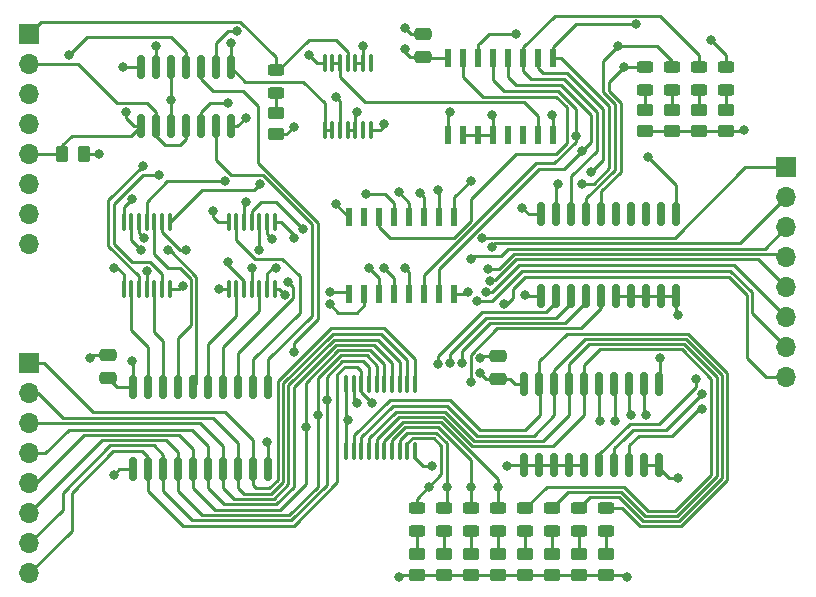
<source format=gbr>
%TF.GenerationSoftware,KiCad,Pcbnew,(6.0.0-0)*%
%TF.CreationDate,2022-02-14T21:23:03-05:00*%
%TF.ProjectId,new-interrupt-handler,6e65772d-696e-4746-9572-727570742d68,rev?*%
%TF.SameCoordinates,Original*%
%TF.FileFunction,Copper,L1,Top*%
%TF.FilePolarity,Positive*%
%FSLAX46Y46*%
G04 Gerber Fmt 4.6, Leading zero omitted, Abs format (unit mm)*
G04 Created by KiCad (PCBNEW (6.0.0-0)) date 2022-02-14 21:23:03*
%MOMM*%
%LPD*%
G01*
G04 APERTURE LIST*
G04 Aperture macros list*
%AMRoundRect*
0 Rectangle with rounded corners*
0 $1 Rounding radius*
0 $2 $3 $4 $5 $6 $7 $8 $9 X,Y pos of 4 corners*
0 Add a 4 corners polygon primitive as box body*
4,1,4,$2,$3,$4,$5,$6,$7,$8,$9,$2,$3,0*
0 Add four circle primitives for the rounded corners*
1,1,$1+$1,$2,$3*
1,1,$1+$1,$4,$5*
1,1,$1+$1,$6,$7*
1,1,$1+$1,$8,$9*
0 Add four rect primitives between the rounded corners*
20,1,$1+$1,$2,$3,$4,$5,0*
20,1,$1+$1,$4,$5,$6,$7,0*
20,1,$1+$1,$6,$7,$8,$9,0*
20,1,$1+$1,$8,$9,$2,$3,0*%
G04 Aperture macros list end*
%TA.AperFunction,SMDPad,CuDef*%
%ADD10RoundRect,0.150000X0.150000X-0.825000X0.150000X0.825000X-0.150000X0.825000X-0.150000X-0.825000X0*%
%TD*%
%TA.AperFunction,SMDPad,CuDef*%
%ADD11RoundRect,0.250000X-0.450000X0.262500X-0.450000X-0.262500X0.450000X-0.262500X0.450000X0.262500X0*%
%TD*%
%TA.AperFunction,SMDPad,CuDef*%
%ADD12RoundRect,0.137500X0.137500X-0.662500X0.137500X0.662500X-0.137500X0.662500X-0.137500X-0.662500X0*%
%TD*%
%TA.AperFunction,SMDPad,CuDef*%
%ADD13RoundRect,0.150000X0.150000X-0.837500X0.150000X0.837500X-0.150000X0.837500X-0.150000X-0.837500X0*%
%TD*%
%TA.AperFunction,SMDPad,CuDef*%
%ADD14RoundRect,0.243750X0.456250X-0.243750X0.456250X0.243750X-0.456250X0.243750X-0.456250X-0.243750X0*%
%TD*%
%TA.AperFunction,SMDPad,CuDef*%
%ADD15RoundRect,0.100000X0.100000X-0.637500X0.100000X0.637500X-0.100000X0.637500X-0.100000X-0.637500X0*%
%TD*%
%TA.AperFunction,SMDPad,CuDef*%
%ADD16RoundRect,0.250000X-0.262500X-0.450000X0.262500X-0.450000X0.262500X0.450000X-0.262500X0.450000X0*%
%TD*%
%TA.AperFunction,SMDPad,CuDef*%
%ADD17RoundRect,0.250000X0.475000X-0.250000X0.475000X0.250000X-0.475000X0.250000X-0.475000X-0.250000X0*%
%TD*%
%TA.AperFunction,ComponentPad*%
%ADD18R,1.700000X1.700000*%
%TD*%
%TA.AperFunction,ComponentPad*%
%ADD19O,1.700000X1.700000*%
%TD*%
%TA.AperFunction,ViaPad*%
%ADD20C,0.800000*%
%TD*%
%TA.AperFunction,Conductor*%
%ADD21C,0.250000*%
%TD*%
G04 APERTURE END LIST*
D10*
%TO.P,U5,1*%
%TO.N,~{EN}*%
X98044000Y-87819000D03*
%TO.P,U5,2*%
%TO.N,~{WRITE}*%
X99314000Y-87819000D03*
%TO.P,U5,3*%
%TO.N,~{EN}*%
X100584000Y-87819000D03*
%TO.P,U5,4*%
%TO.N,~{WRITE}*%
X101854000Y-87819000D03*
%TO.P,U5,5*%
%TO.N,Net-(U1-Pad3)*%
X103124000Y-87819000D03*
%TO.P,U5,6*%
%TO.N,~{WRITE_MASK}*%
X104394000Y-87819000D03*
%TO.P,U5,7,VSS*%
%TO.N,GND*%
X105664000Y-87819000D03*
%TO.P,U5,8*%
%TO.N,REG_SEL*%
X105664000Y-82869000D03*
%TO.P,U5,9*%
%TO.N,~{WRITE_PRIORITY}*%
X104394000Y-82869000D03*
%TO.P,U5,10*%
%TO.N,~{READ_PORT_ADDR}*%
X103124000Y-82869000D03*
%TO.P,U5,11*%
%TO.N,~{READ}*%
X101854000Y-82869000D03*
%TO.P,U5,12*%
%TO.N,~{EN}*%
X100584000Y-82869000D03*
%TO.P,U5,13*%
%TO.N,GND*%
X99314000Y-82869000D03*
%TO.P,U5,14,VDD*%
%TO.N,VCC*%
X98044000Y-82869000D03*
%TD*%
D11*
%TO.P,R1,1*%
%TO.N,Net-(D1-Pad1)*%
X109474000Y-86717500D03*
%TO.P,R1,2*%
%TO.N,GND*%
X109474000Y-88542500D03*
%TD*%
D12*
%TO.P,U6,1,I4*%
%TO.N,/~{EN_IRQ4}*%
X115697000Y-102056000D03*
%TO.P,U6,2,I5*%
%TO.N,/~{EN_IRQ5}*%
X116967000Y-102056000D03*
%TO.P,U6,3,I6*%
%TO.N,/~{EN_IRQ6}*%
X118237000Y-102056000D03*
%TO.P,U6,4,I7*%
%TO.N,/~{EN_IRQ7}*%
X119507000Y-102056000D03*
%TO.P,U6,5,EI*%
%TO.N,GND*%
X120777000Y-102056000D03*
%TO.P,U6,6,S2*%
%TO.N,/AI2*%
X122047000Y-102056000D03*
%TO.P,U6,7,S1*%
%TO.N,/AI1*%
X123317000Y-102056000D03*
%TO.P,U6,8,GND*%
%TO.N,GND*%
X124587000Y-102056000D03*
%TO.P,U6,9,S0*%
%TO.N,/AI0*%
X124587000Y-95556000D03*
%TO.P,U6,10,IO*%
%TO.N,/~{EN_IRQ0}*%
X123317000Y-95556000D03*
%TO.P,U6,11,I1*%
%TO.N,/~{EN_IRQ1}*%
X122047000Y-95556000D03*
%TO.P,U6,12,I2*%
%TO.N,/~{EN_IRQ2}*%
X120777000Y-95556000D03*
%TO.P,U6,13,I3*%
%TO.N,/~{EN_IRQ3}*%
X119507000Y-95556000D03*
%TO.P,U6,14,GS*%
%TO.N,Net-(U6-Pad14)*%
X118237000Y-95556000D03*
%TO.P,U6,15,EO*%
%TO.N,unconnected-(U6-Pad15)*%
X116967000Y-95556000D03*
%TO.P,U6,16,VCC*%
%TO.N,VCC*%
X115697000Y-95556000D03*
%TD*%
D13*
%TO.P,U9,1,OE*%
%TO.N,GND*%
X130545000Y-116568500D03*
%TO.P,U9,2,D0*%
X131815000Y-116568500D03*
%TO.P,U9,3,D1*%
X133085000Y-116568500D03*
%TO.P,U9,4,D2*%
X134355000Y-116568500D03*
%TO.P,U9,5,D3*%
X135625000Y-116568500D03*
%TO.P,U9,6,D4*%
%TO.N,/AI0*%
X136895000Y-116568500D03*
%TO.P,U9,7,D5*%
%TO.N,/AI1*%
X138165000Y-116568500D03*
%TO.P,U9,8,D6*%
%TO.N,/AI2*%
X139435000Y-116568500D03*
%TO.P,U9,9,D7*%
%TO.N,GND*%
X140705000Y-116568500D03*
%TO.P,U9,10,GND*%
X141975000Y-116568500D03*
%TO.P,U9,11,Cp*%
%TO.N,CLOCK*%
X141975000Y-109643500D03*
%TO.P,U9,12,Q7*%
%TO.N,/IP7*%
X140705000Y-109643500D03*
%TO.P,U9,13,Q6*%
%TO.N,/IP6*%
X139435000Y-109643500D03*
%TO.P,U9,14,Q5*%
%TO.N,/IP5*%
X138165000Y-109643500D03*
%TO.P,U9,15,Q4*%
%TO.N,/IP4*%
X136895000Y-109643500D03*
%TO.P,U9,16,Q3*%
%TO.N,/IP3*%
X135625000Y-109643500D03*
%TO.P,U9,17,Q2*%
%TO.N,/IP2*%
X134355000Y-109643500D03*
%TO.P,U9,18,Q1*%
%TO.N,/IP1*%
X133085000Y-109643500D03*
%TO.P,U9,19,Q0*%
%TO.N,/IP0*%
X131815000Y-109643500D03*
%TO.P,U9,20,VCC*%
%TO.N,VCC*%
X130545000Y-109643500D03*
%TD*%
%TO.P,U3,1,OE*%
%TO.N,GND*%
X97417000Y-116872500D03*
%TO.P,U3,2,D0*%
%TO.N,BUS0*%
X98687000Y-116872500D03*
%TO.P,U3,3,D1*%
%TO.N,BUS1*%
X99957000Y-116872500D03*
%TO.P,U3,4,D2*%
%TO.N,BUS2*%
X101227000Y-116872500D03*
%TO.P,U3,5,D3*%
%TO.N,BUS3*%
X102497000Y-116872500D03*
%TO.P,U3,6,D4*%
%TO.N,BUS4*%
X103767000Y-116872500D03*
%TO.P,U3,7,D5*%
%TO.N,BUS5*%
X105037000Y-116872500D03*
%TO.P,U3,8,D6*%
%TO.N,BUS6*%
X106307000Y-116872500D03*
%TO.P,U3,9,D7*%
%TO.N,BUS7*%
X107577000Y-116872500D03*
%TO.P,U3,10,GND*%
%TO.N,GND*%
X108847000Y-116872500D03*
%TO.P,U3,11,Cp*%
%TO.N,~{WRITE_MASK}*%
X108847000Y-109947500D03*
%TO.P,U3,12,Q7*%
%TO.N,/IRQMASK7*%
X107577000Y-109947500D03*
%TO.P,U3,13,Q6*%
%TO.N,/IRQMASK6*%
X106307000Y-109947500D03*
%TO.P,U3,14,Q5*%
%TO.N,/IRQMASK5*%
X105037000Y-109947500D03*
%TO.P,U3,15,Q4*%
%TO.N,/IRQMASK4*%
X103767000Y-109947500D03*
%TO.P,U3,16,Q3*%
%TO.N,/IRQMASK3*%
X102497000Y-109947500D03*
%TO.P,U3,17,Q2*%
%TO.N,/IRQMASK2*%
X101227000Y-109947500D03*
%TO.P,U3,18,Q1*%
%TO.N,/IRQMASK1*%
X99957000Y-109947500D03*
%TO.P,U3,19,Q0*%
%TO.N,/IRQMASK0*%
X98687000Y-109947500D03*
%TO.P,U3,20,VCC*%
%TO.N,VCC*%
X97417000Y-109947500D03*
%TD*%
D14*
%TO.P,D7,1,K*%
%TO.N,Net-(D7-Pad1)*%
X123698000Y-122095500D03*
%TO.P,D7,2,A*%
%TO.N,/IP6*%
X123698000Y-120220500D03*
%TD*%
%TO.P,D1,1,K*%
%TO.N,Net-(D1-Pad1)*%
X109474000Y-85011500D03*
%TO.P,D1,2,A*%
%TO.N,~{IREQ}*%
X109474000Y-83136500D03*
%TD*%
D11*
%TO.P,R3,1*%
%TO.N,Net-(D3-Pad1)*%
X145288000Y-86463500D03*
%TO.P,R3,2*%
%TO.N,GND*%
X145288000Y-88288500D03*
%TD*%
D15*
%TO.P,U4,1*%
%TO.N,~{IRQ4}*%
X105492000Y-101668500D03*
%TO.P,U4,2*%
%TO.N,/IRQMASK4*%
X106142000Y-101668500D03*
%TO.P,U4,3*%
%TO.N,/~{EN_IRQ4}*%
X106792000Y-101668500D03*
%TO.P,U4,4*%
%TO.N,~{IRQ5}*%
X107442000Y-101668500D03*
%TO.P,U4,5*%
%TO.N,/IRQMASK5*%
X108092000Y-101668500D03*
%TO.P,U4,6*%
%TO.N,/~{EN_IRQ5}*%
X108742000Y-101668500D03*
%TO.P,U4,7,GND*%
%TO.N,GND*%
X109392000Y-101668500D03*
%TO.P,U4,8*%
%TO.N,/~{EN_IRQ6}*%
X109392000Y-95943500D03*
%TO.P,U4,9*%
%TO.N,~{IRQ6}*%
X108742000Y-95943500D03*
%TO.P,U4,10*%
%TO.N,/IRQMASK6*%
X108092000Y-95943500D03*
%TO.P,U4,11*%
%TO.N,/~{EN_IRQ7}*%
X107442000Y-95943500D03*
%TO.P,U4,12*%
%TO.N,~{IRQ7}*%
X106792000Y-95943500D03*
%TO.P,U4,13*%
%TO.N,/IRQMASK7*%
X106142000Y-95943500D03*
%TO.P,U4,14,VCC*%
%TO.N,VCC*%
X105492000Y-95943500D03*
%TD*%
D14*
%TO.P,D11,1,K*%
%TO.N,Net-(D11-Pad1)*%
X132842000Y-122095500D03*
%TO.P,D11,2,A*%
%TO.N,/IP2*%
X132842000Y-120220500D03*
%TD*%
%TO.P,D13,1,K*%
%TO.N,Net-(D13-Pad1)*%
X137414000Y-122095500D03*
%TO.P,D13,2,A*%
%TO.N,/IP0*%
X137414000Y-120220500D03*
%TD*%
D16*
%TO.P,R14,1*%
%TO.N,~{EN}*%
X91393000Y-90170000D03*
%TO.P,R14,2*%
%TO.N,VCC*%
X93218000Y-90170000D03*
%TD*%
D11*
%TO.P,R12,1*%
%TO.N,Net-(D12-Pad1)*%
X135128000Y-124055500D03*
%TO.P,R12,2*%
%TO.N,GND*%
X135128000Y-125880500D03*
%TD*%
D17*
%TO.P,C2,1*%
%TO.N,VCC*%
X128270000Y-109220000D03*
%TO.P,C2,2*%
%TO.N,GND*%
X128270000Y-107320000D03*
%TD*%
D11*
%TO.P,R2,1*%
%TO.N,Net-(D2-Pad1)*%
X147574000Y-86463500D03*
%TO.P,R2,2*%
%TO.N,GND*%
X147574000Y-88288500D03*
%TD*%
D14*
%TO.P,D6,1,K*%
%TO.N,Net-(D6-Pad1)*%
X121412000Y-122095500D03*
%TO.P,D6,2,A*%
%TO.N,/IP7*%
X121412000Y-120220500D03*
%TD*%
%TO.P,D10,1,K*%
%TO.N,Net-(D10-Pad1)*%
X130556000Y-122095500D03*
%TO.P,D10,2,A*%
%TO.N,/IP3*%
X130556000Y-120220500D03*
%TD*%
%TO.P,D3,1,K*%
%TO.N,Net-(D3-Pad1)*%
X145288000Y-84757500D03*
%TO.P,D3,2,A*%
%TO.N,/P1*%
X145288000Y-82882500D03*
%TD*%
D15*
%TO.P,U10,1,A->B*%
%TO.N,VCC*%
X115439000Y-115384500D03*
%TO.P,U10,2,A0*%
%TO.N,/IP0*%
X116089000Y-115384500D03*
%TO.P,U10,3,A1*%
%TO.N,/IP1*%
X116739000Y-115384500D03*
%TO.P,U10,4,A2*%
%TO.N,/IP2*%
X117389000Y-115384500D03*
%TO.P,U10,5,A3*%
%TO.N,/IP3*%
X118039000Y-115384500D03*
%TO.P,U10,6,A4*%
%TO.N,/IP4*%
X118689000Y-115384500D03*
%TO.P,U10,7,A5*%
%TO.N,/IP5*%
X119339000Y-115384500D03*
%TO.P,U10,8,A6*%
%TO.N,/IP6*%
X119989000Y-115384500D03*
%TO.P,U10,9,A7*%
%TO.N,/IP7*%
X120639000Y-115384500D03*
%TO.P,U10,10,GND*%
%TO.N,GND*%
X121289000Y-115384500D03*
%TO.P,U10,11,B7*%
%TO.N,BUS7*%
X121289000Y-109659500D03*
%TO.P,U10,12,B6*%
%TO.N,BUS6*%
X120639000Y-109659500D03*
%TO.P,U10,13,B5*%
%TO.N,BUS5*%
X119989000Y-109659500D03*
%TO.P,U10,14,B4*%
%TO.N,BUS4*%
X119339000Y-109659500D03*
%TO.P,U10,15,B3*%
%TO.N,BUS3*%
X118689000Y-109659500D03*
%TO.P,U10,16,B2*%
%TO.N,BUS2*%
X118039000Y-109659500D03*
%TO.P,U10,17,B1*%
%TO.N,BUS1*%
X117389000Y-109659500D03*
%TO.P,U10,18,B0*%
%TO.N,BUS0*%
X116739000Y-109659500D03*
%TO.P,U10,19,CE*%
%TO.N,~{READ_PORT_ADDR}*%
X116089000Y-109659500D03*
%TO.P,U10,20,VCC*%
%TO.N,VCC*%
X115439000Y-109659500D03*
%TD*%
D11*
%TO.P,R10,1*%
%TO.N,Net-(D10-Pad1)*%
X130556000Y-124055500D03*
%TO.P,R10,2*%
%TO.N,GND*%
X130556000Y-125880500D03*
%TD*%
%TO.P,R7,1*%
%TO.N,Net-(D7-Pad1)*%
X123698000Y-124055500D03*
%TO.P,R7,2*%
%TO.N,GND*%
X123698000Y-125880500D03*
%TD*%
%TO.P,R9,1*%
%TO.N,Net-(D9-Pad1)*%
X128270000Y-124055500D03*
%TO.P,R9,2*%
%TO.N,GND*%
X128270000Y-125880500D03*
%TD*%
%TO.P,R6,1*%
%TO.N,Net-(D6-Pad1)*%
X121412000Y-124055500D03*
%TO.P,R6,2*%
%TO.N,GND*%
X121412000Y-125880500D03*
%TD*%
D14*
%TO.P,D5,1,K*%
%TO.N,Net-(D5-Pad1)*%
X140716000Y-84757500D03*
%TO.P,D5,2,A*%
%TO.N,/P3*%
X140716000Y-82882500D03*
%TD*%
D17*
%TO.P,C3,1*%
%TO.N,VCC*%
X121920000Y-81976000D03*
%TO.P,C3,2*%
%TO.N,GND*%
X121920000Y-80076000D03*
%TD*%
D13*
%TO.P,U7,1,OE*%
%TO.N,GND*%
X131965000Y-102258500D03*
%TO.P,U7,2,D0*%
%TO.N,BUS0*%
X133235000Y-102258500D03*
%TO.P,U7,3,D1*%
%TO.N,BUS1*%
X134505000Y-102258500D03*
%TO.P,U7,4,D2*%
%TO.N,BUS2*%
X135775000Y-102258500D03*
%TO.P,U7,5,D3*%
%TO.N,BUS3*%
X137045000Y-102258500D03*
%TO.P,U7,6,D4*%
%TO.N,GND*%
X138315000Y-102258500D03*
%TO.P,U7,7,D5*%
X139585000Y-102258500D03*
%TO.P,U7,8,D6*%
X140855000Y-102258500D03*
%TO.P,U7,9,D7*%
X142125000Y-102258500D03*
%TO.P,U7,10,GND*%
X143395000Y-102258500D03*
%TO.P,U7,11,Cp*%
%TO.N,~{WRITE_PRIORITY}*%
X143395000Y-95333500D03*
%TO.P,U7,12,Q7*%
%TO.N,unconnected-(U7-Pad12)*%
X142125000Y-95333500D03*
%TO.P,U7,13,Q6*%
%TO.N,unconnected-(U7-Pad13)*%
X140855000Y-95333500D03*
%TO.P,U7,14,Q5*%
%TO.N,unconnected-(U7-Pad14)*%
X139585000Y-95333500D03*
%TO.P,U7,15,Q4*%
%TO.N,unconnected-(U7-Pad15)*%
X138315000Y-95333500D03*
%TO.P,U7,16,Q3*%
%TO.N,/P3*%
X137045000Y-95333500D03*
%TO.P,U7,17,Q2*%
%TO.N,/P2*%
X135775000Y-95333500D03*
%TO.P,U7,18,Q1*%
%TO.N,/P1*%
X134505000Y-95333500D03*
%TO.P,U7,19,Q0*%
%TO.N,/P0*%
X133235000Y-95333500D03*
%TO.P,U7,20,VCC*%
%TO.N,VCC*%
X131965000Y-95333500D03*
%TD*%
D17*
%TO.P,C1,1*%
%TO.N,VCC*%
X95250000Y-109154000D03*
%TO.P,C1,2*%
%TO.N,GND*%
X95250000Y-107254000D03*
%TD*%
D14*
%TO.P,D12,1,K*%
%TO.N,Net-(D12-Pad1)*%
X135128000Y-122095500D03*
%TO.P,D12,2,A*%
%TO.N,/IP1*%
X135128000Y-120220500D03*
%TD*%
%TO.P,D4,1,K*%
%TO.N,Net-(D4-Pad1)*%
X143002000Y-84757500D03*
%TO.P,D4,2,A*%
%TO.N,/P2*%
X143002000Y-82882500D03*
%TD*%
D15*
%TO.P,U2,1*%
%TO.N,~{IRQ0}*%
X96602000Y-101668500D03*
%TO.P,U2,2*%
%TO.N,/IRQMASK0*%
X97252000Y-101668500D03*
%TO.P,U2,3*%
%TO.N,/~{EN_IRQ0}*%
X97902000Y-101668500D03*
%TO.P,U2,4*%
%TO.N,~{IRQ1}*%
X98552000Y-101668500D03*
%TO.P,U2,5*%
%TO.N,/IRQMASK1*%
X99202000Y-101668500D03*
%TO.P,U2,6*%
%TO.N,/~{EN_IRQ1}*%
X99852000Y-101668500D03*
%TO.P,U2,7,GND*%
%TO.N,GND*%
X100502000Y-101668500D03*
%TO.P,U2,8*%
%TO.N,/~{EN_IRQ2}*%
X100502000Y-95943500D03*
%TO.P,U2,9*%
%TO.N,~{IRQ2}*%
X99852000Y-95943500D03*
%TO.P,U2,10*%
%TO.N,/IRQMASK2*%
X99202000Y-95943500D03*
%TO.P,U2,11*%
%TO.N,/~{EN_IRQ3}*%
X98552000Y-95943500D03*
%TO.P,U2,12*%
%TO.N,~{IRQ3}*%
X97902000Y-95943500D03*
%TO.P,U2,13*%
%TO.N,/IRQMASK3*%
X97252000Y-95943500D03*
%TO.P,U2,14,VCC*%
%TO.N,VCC*%
X96602000Y-95943500D03*
%TD*%
D11*
%TO.P,R5,1*%
%TO.N,Net-(D5-Pad1)*%
X140716000Y-86463500D03*
%TO.P,R5,2*%
%TO.N,GND*%
X140716000Y-88288500D03*
%TD*%
D14*
%TO.P,D8,1,K*%
%TO.N,Net-(D8-Pad1)*%
X125984000Y-122095500D03*
%TO.P,D8,2,A*%
%TO.N,/IP5*%
X125984000Y-120220500D03*
%TD*%
D11*
%TO.P,R11,1*%
%TO.N,Net-(D11-Pad1)*%
X132842000Y-124055500D03*
%TO.P,R11,2*%
%TO.N,GND*%
X132842000Y-125880500D03*
%TD*%
%TO.P,R4,1*%
%TO.N,Net-(D4-Pad1)*%
X143002000Y-86463500D03*
%TO.P,R4,2*%
%TO.N,GND*%
X143002000Y-88288500D03*
%TD*%
D15*
%TO.P,U1,1*%
%TO.N,REG_SEL*%
X113620000Y-88206500D03*
%TO.P,U1,2*%
X114270000Y-88206500D03*
%TO.P,U1,3*%
%TO.N,Net-(U1-Pad3)*%
X114920000Y-88206500D03*
%TO.P,U1,4*%
%TO.N,GND*%
X115570000Y-88206500D03*
%TO.P,U1,5*%
X116220000Y-88206500D03*
%TO.P,U1,6*%
%TO.N,unconnected-(U1-Pad6)*%
X116870000Y-88206500D03*
%TO.P,U1,7,GND*%
%TO.N,GND*%
X117520000Y-88206500D03*
%TO.P,U1,8*%
%TO.N,unconnected-(U1-Pad8)*%
X117520000Y-82481500D03*
%TO.P,U1,9*%
%TO.N,GND*%
X116870000Y-82481500D03*
%TO.P,U1,10*%
X116220000Y-82481500D03*
%TO.P,U1,11*%
%TO.N,~{IREQ}*%
X115570000Y-82481500D03*
%TO.P,U1,12*%
%TO.N,Net-(U1-Pad12)*%
X114920000Y-82481500D03*
%TO.P,U1,13*%
X114270000Y-82481500D03*
%TO.P,U1,14,VCC*%
%TO.N,VCC*%
X113620000Y-82481500D03*
%TD*%
D11*
%TO.P,R13,1*%
%TO.N,Net-(D13-Pad1)*%
X137414000Y-124055500D03*
%TO.P,R13,2*%
%TO.N,GND*%
X137414000Y-125880500D03*
%TD*%
D14*
%TO.P,D2,1,K*%
%TO.N,Net-(D2-Pad1)*%
X147574000Y-84757500D03*
%TO.P,D2,2,A*%
%TO.N,/P0*%
X147574000Y-82882500D03*
%TD*%
%TO.P,D9,1,K*%
%TO.N,Net-(D9-Pad1)*%
X128270000Y-122095500D03*
%TO.P,D9,2,A*%
%TO.N,/IP4*%
X128270000Y-120220500D03*
%TD*%
D12*
%TO.P,U8,1,B3*%
%TO.N,/P3*%
X124079000Y-88594000D03*
%TO.P,U8,2,Ia<b*%
%TO.N,GND*%
X125349000Y-88594000D03*
%TO.P,U8,3,Ia=b*%
X126619000Y-88594000D03*
%TO.P,U8,4,Ia>b*%
X127889000Y-88594000D03*
%TO.P,U8,5,Oa>b*%
%TO.N,unconnected-(U8-Pad5)*%
X129159000Y-88594000D03*
%TO.P,U8,6,Oa=b*%
%TO.N,unconnected-(U8-Pad6)*%
X130429000Y-88594000D03*
%TO.P,U8,7,Oa<b*%
%TO.N,Net-(U1-Pad12)*%
X131699000Y-88594000D03*
%TO.P,U8,8,GND*%
%TO.N,GND*%
X132969000Y-88594000D03*
%TO.P,U8,9,B0*%
%TO.N,/P0*%
X132969000Y-82094000D03*
%TO.P,U8,10,A0*%
%TO.N,/AI0*%
X131699000Y-82094000D03*
%TO.P,U8,11,B1*%
%TO.N,/P1*%
X130429000Y-82094000D03*
%TO.P,U8,12,A1*%
%TO.N,/AI1*%
X129159000Y-82094000D03*
%TO.P,U8,13,A2*%
%TO.N,/AI2*%
X127889000Y-82094000D03*
%TO.P,U8,14,B2*%
%TO.N,/P2*%
X126619000Y-82094000D03*
%TO.P,U8,15,A3*%
%TO.N,Net-(U6-Pad14)*%
X125349000Y-82094000D03*
%TO.P,U8,16,VCC*%
%TO.N,VCC*%
X124079000Y-82094000D03*
%TD*%
D11*
%TO.P,R8,1*%
%TO.N,Net-(D8-Pad1)*%
X125984000Y-124055500D03*
%TO.P,R8,2*%
%TO.N,GND*%
X125984000Y-125880500D03*
%TD*%
D18*
%TO.P,J3,1,Pin_1*%
%TO.N,~{IRQ7}*%
X152714000Y-91325000D03*
D19*
%TO.P,J3,2,Pin_2*%
%TO.N,~{IRQ6}*%
X152714000Y-93865000D03*
%TO.P,J3,3,Pin_3*%
%TO.N,~{IRQ5}*%
X152714000Y-96405000D03*
%TO.P,J3,4,Pin_4*%
%TO.N,~{IRQ4}*%
X152714000Y-98945000D03*
%TO.P,J3,5,Pin_5*%
%TO.N,~{IRQ3}*%
X152714000Y-101485000D03*
%TO.P,J3,6,Pin_6*%
%TO.N,~{IRQ2}*%
X152714000Y-104025000D03*
%TO.P,J3,7,Pin_7*%
%TO.N,~{IRQ1}*%
X152714000Y-106565000D03*
%TO.P,J3,8,Pin_8*%
%TO.N,~{IRQ0}*%
X152714000Y-109105000D03*
%TD*%
D18*
%TO.P,J1,1,Pin_1*%
%TO.N,~{IREQ}*%
X88636000Y-80010000D03*
D19*
%TO.P,J1,2,Pin_2*%
%TO.N,~{WRITE}*%
X88636000Y-82550000D03*
%TO.P,J1,3,Pin_3*%
%TO.N,~{READ}*%
X88636000Y-85090000D03*
%TO.P,J1,4,Pin_4*%
%TO.N,REG_SEL*%
X88636000Y-87630000D03*
%TO.P,J1,5,Pin_5*%
%TO.N,~{EN}*%
X88636000Y-90170000D03*
%TO.P,J1,6,Pin_6*%
%TO.N,CLOCK*%
X88636000Y-92710000D03*
%TO.P,J1,7,Pin_7*%
%TO.N,GND*%
X88636000Y-95250000D03*
%TO.P,J1,8,Pin_8*%
%TO.N,VCC*%
X88636000Y-97790000D03*
%TD*%
D18*
%TO.P,J2,1,Pin_1*%
%TO.N,BUS7*%
X88636000Y-107885000D03*
D19*
%TO.P,J2,2,Pin_2*%
%TO.N,BUS6*%
X88636000Y-110425000D03*
%TO.P,J2,3,Pin_3*%
%TO.N,BUS5*%
X88636000Y-112965000D03*
%TO.P,J2,4,Pin_4*%
%TO.N,BUS4*%
X88636000Y-115505000D03*
%TO.P,J2,5,Pin_5*%
%TO.N,BUS3*%
X88636000Y-118045000D03*
%TO.P,J2,6,Pin_6*%
%TO.N,BUS2*%
X88636000Y-120585000D03*
%TO.P,J2,7,Pin_7*%
%TO.N,BUS1*%
X88636000Y-123125000D03*
%TO.P,J2,8,Pin_8*%
%TO.N,BUS0*%
X88636000Y-125665000D03*
%TD*%
D20*
%TO.N,~{READ}*%
X91948000Y-81788000D03*
%TO.N,CLOCK*%
X141986000Y-107483033D03*
%TO.N,GND*%
X143528020Y-103802955D03*
X125730000Y-101854000D03*
X116840000Y-81026000D03*
X99314000Y-81026000D03*
X108712000Y-114554000D03*
X119888000Y-125984000D03*
X93726000Y-107442000D03*
X110998000Y-87884000D03*
X143510000Y-117602000D03*
X127762000Y-86868000D03*
X126750299Y-107446299D03*
X122682000Y-116586000D03*
X130556000Y-102108000D03*
X95758000Y-117348000D03*
X118618000Y-87630000D03*
X110236000Y-102108000D03*
X129032000Y-116586000D03*
X120396000Y-99822000D03*
X120396000Y-79502000D03*
X101597851Y-101348149D03*
X139192000Y-125984000D03*
X149098000Y-88138000D03*
X106934000Y-87122000D03*
X116332000Y-86614000D03*
X132842000Y-86868000D03*
%TO.N,VCC*%
X97282000Y-93980000D03*
X104140000Y-94996000D03*
X120396000Y-81280000D03*
X126746000Y-108712000D03*
X115570000Y-112738500D03*
X97282000Y-107696000D03*
X130302000Y-94742000D03*
X114558299Y-94483701D03*
X94488000Y-90170000D03*
X96520000Y-82804000D03*
X112268000Y-81788000D03*
%TO.N,/~{EN_IRQ0}*%
X123190000Y-93218000D03*
X98217577Y-91227068D03*
%TO.N,/~{EN_IRQ1}*%
X121666000Y-93472000D03*
X99568000Y-91948000D03*
%TO.N,/~{EN_IRQ2}*%
X119888000Y-93434500D03*
X108114358Y-92756660D03*
%TO.N,/~{EN_IRQ3}*%
X105156000Y-92493500D03*
X117094000Y-93630011D03*
%TO.N,/IRQMASK3*%
X98044000Y-98298000D03*
X100367524Y-98344123D03*
%TO.N,BUS2*%
X113030000Y-112268000D03*
X125259500Y-107869667D03*
%TO.N,BUS1*%
X124260145Y-107886800D03*
X113792000Y-110998000D03*
%TO.N,BUS0*%
X123265720Y-107987413D03*
X117602000Y-111252000D03*
%TO.N,BUS3*%
X125984000Y-109474000D03*
X112014000Y-113284000D03*
%TO.N,~{IRQ7}*%
X106934002Y-94234000D03*
X126930364Y-97319500D03*
%TO.N,~{IRQ6}*%
X109157245Y-97404046D03*
X127762000Y-98044000D03*
%TO.N,~{IRQ5}*%
X125984000Y-99060000D03*
X107442001Y-99822001D03*
%TO.N,~{IRQ4}*%
X104648000Y-101600000D03*
X127490766Y-99934758D03*
%TO.N,~{IRQ3}*%
X98298000Y-97282000D03*
X127623694Y-100925382D03*
%TO.N,~{IRQ2}*%
X101854000Y-98298000D03*
X127254000Y-101854000D03*
%TO.N,~{IRQ1}*%
X126492000Y-102616000D03*
X98552000Y-100076000D03*
%TO.N,~{IRQ0}*%
X95758000Y-99822000D03*
X128778000Y-102870000D03*
%TO.N,/IRQMASK6*%
X110500588Y-101017000D03*
X108077000Y-98372999D03*
%TO.N,/~{EN_IRQ4}*%
X114046000Y-101854000D03*
X105410000Y-99314000D03*
%TO.N,/~{EN_IRQ5}*%
X109474000Y-99822000D03*
X114046000Y-102887457D03*
%TO.N,/~{EN_IRQ6}*%
X110998000Y-97282000D03*
X117348000Y-99822000D03*
%TO.N,/~{EN_IRQ7}*%
X111760000Y-96520000D03*
X118618000Y-99822000D03*
%TO.N,/AI2*%
X134874000Y-88646000D03*
X145542000Y-111760000D03*
%TO.N,/AI1*%
X145542000Y-110490000D03*
X135382000Y-89916000D03*
%TO.N,/P3*%
X138938000Y-82804000D03*
X124206000Y-86614000D03*
%TO.N,/P2*%
X129794000Y-80010000D03*
X138430000Y-81026000D03*
%TO.N,/P0*%
X133350000Y-92710000D03*
X146304000Y-80518000D03*
X135382000Y-92710000D03*
X139958299Y-79243701D03*
%TO.N,/IP7*%
X140839072Y-112305500D03*
X122428000Y-118364000D03*
%TO.N,/IP6*%
X139552625Y-112305500D03*
X123946637Y-118369363D03*
%TO.N,/IP5*%
X138176000Y-112776000D03*
X125984000Y-118364000D03*
%TO.N,/IP4*%
X136906000Y-112776000D03*
X128270000Y-118364000D03*
%TO.N,/AI0*%
X136144000Y-91694000D03*
X125984000Y-92456000D03*
X145034000Y-109220000D03*
%TO.N,REG_SEL*%
X105664000Y-80772000D03*
%TO.N,~{EN}*%
X100584000Y-85598000D03*
X96774000Y-86614000D03*
%TO.N,~{READ_PORT_ADDR}*%
X116332000Y-111252000D03*
X110998000Y-106934000D03*
%TO.N,Net-(U1-Pad3)*%
X114554000Y-85344000D03*
X105410000Y-85852000D03*
%TO.N,~{WRITE_PRIORITY}*%
X140970000Y-90424000D03*
X106172000Y-79756000D03*
%TD*%
D21*
%TO.N,~{IREQ}*%
X109474000Y-82033400D02*
X109474000Y-83136500D01*
X115570000Y-81534000D02*
X114554000Y-80518000D01*
X89614501Y-79031499D02*
X106472099Y-79031499D01*
X114554000Y-80518000D02*
X112268000Y-80518000D01*
X88636000Y-80010000D02*
X89614501Y-79031499D01*
X112268000Y-80518000D02*
X109649500Y-83136500D01*
X115570000Y-82481500D02*
X115570000Y-81534000D01*
X109649500Y-83136500D02*
X109474000Y-83136500D01*
X106472099Y-79031499D02*
X109474000Y-82033400D01*
%TO.N,~{READ}*%
X101854000Y-82869000D02*
X101854000Y-81534000D01*
X100584000Y-80264000D02*
X100076000Y-80264000D01*
X100076000Y-80264000D02*
X93472000Y-80264000D01*
X93472000Y-80264000D02*
X92202000Y-81534000D01*
X101600000Y-81280000D02*
X100584000Y-80264000D01*
X101854000Y-81534000D02*
X101600000Y-81280000D01*
X92202000Y-81534000D02*
X91948000Y-81788000D01*
%TO.N,~{WRITE}*%
X92710000Y-82550000D02*
X96012000Y-85852000D01*
X101854000Y-88900000D02*
X101854000Y-87819000D01*
X96012000Y-85852000D02*
X98552000Y-85852000D01*
X88636000Y-82550000D02*
X92710000Y-82550000D01*
X101346000Y-89408000D02*
X101854000Y-88900000D01*
X100076000Y-89408000D02*
X101346000Y-89408000D01*
X99314000Y-87819000D02*
X99314000Y-88646000D01*
X98552000Y-85852000D02*
X99314000Y-86614000D01*
X99314000Y-86614000D02*
X99314000Y-87819000D01*
X99314000Y-88646000D02*
X100076000Y-89408000D01*
%TO.N,CLOCK*%
X141986000Y-109632500D02*
X141986000Y-107483033D01*
X141975000Y-109643500D02*
X141986000Y-109632500D01*
%TO.N,GND*%
X131965000Y-102258500D02*
X130706500Y-102258500D01*
X127889000Y-88594000D02*
X125349000Y-88594000D01*
X141975000Y-116568500D02*
X141975000Y-116829000D01*
X109392000Y-101668500D02*
X109796500Y-101668500D01*
X110339500Y-88542500D02*
X110998000Y-87884000D01*
X137414000Y-125880500D02*
X139088500Y-125880500D01*
X116220000Y-88206500D02*
X115570000Y-88206500D01*
X116220000Y-88206500D02*
X116220000Y-86726000D01*
X127889000Y-86995000D02*
X127762000Y-86868000D01*
X129049500Y-116568500D02*
X129032000Y-116586000D01*
X126876598Y-107320000D02*
X126750299Y-107446299D01*
X148947500Y-88288500D02*
X149098000Y-88138000D01*
X109474000Y-88542500D02*
X110339500Y-88542500D01*
X96233500Y-116872500D02*
X95758000Y-117348000D01*
X121412000Y-125880500D02*
X137414000Y-125880500D01*
X138315000Y-102258500D02*
X143395000Y-102258500D01*
X124587000Y-102056000D02*
X125528000Y-102056000D01*
X97417000Y-116872500D02*
X96233500Y-116872500D01*
X132969000Y-86995000D02*
X132842000Y-86868000D01*
X95250000Y-107254000D02*
X93914000Y-107254000D01*
X100502000Y-101668500D02*
X101277500Y-101668500D01*
X140716000Y-88288500D02*
X147574000Y-88288500D01*
X139088500Y-125880500D02*
X139192000Y-125984000D01*
X125528000Y-102056000D02*
X125730000Y-101854000D01*
X143395000Y-102258500D02*
X143395000Y-103669935D01*
X120970000Y-80076000D02*
X120396000Y-79502000D01*
X127889000Y-88594000D02*
X127889000Y-86995000D01*
X130545000Y-116568500D02*
X129049500Y-116568500D01*
X120777000Y-100203000D02*
X120396000Y-99822000D01*
X130706500Y-102258500D02*
X130556000Y-102108000D01*
X116220000Y-86726000D02*
X116332000Y-86614000D01*
X121920000Y-116586000D02*
X122682000Y-116586000D01*
X101277500Y-101668500D02*
X101597851Y-101348149D01*
X147574000Y-88288500D02*
X148947500Y-88288500D01*
X141975000Y-116829000D02*
X142748000Y-117602000D01*
X121412000Y-125880500D02*
X119991500Y-125880500D01*
X117520000Y-88206500D02*
X118295500Y-88206500D01*
X121289000Y-115955000D02*
X121920000Y-116586000D01*
X105664000Y-87819000D02*
X106237000Y-87819000D01*
X106237000Y-87819000D02*
X106934000Y-87122000D01*
X143395000Y-103669935D02*
X143528020Y-103802955D01*
X93914000Y-107254000D02*
X93726000Y-107442000D01*
X140705000Y-116568500D02*
X141975000Y-116568500D01*
X99314000Y-82869000D02*
X99314000Y-81026000D01*
X116870000Y-82481500D02*
X116870000Y-81056000D01*
X132969000Y-88594000D02*
X132969000Y-86995000D01*
X116870000Y-81056000D02*
X116840000Y-81026000D01*
X142748000Y-117602000D02*
X143510000Y-117602000D01*
X121920000Y-80076000D02*
X120970000Y-80076000D01*
X109796500Y-101668500D02*
X110236000Y-102108000D01*
X116220000Y-82481500D02*
X116870000Y-82481500D01*
X120777000Y-102056000D02*
X120777000Y-100203000D01*
X118618000Y-87884000D02*
X118618000Y-87630000D01*
X108847000Y-116872500D02*
X108847000Y-114689000D01*
X119991500Y-125880500D02*
X119888000Y-125984000D01*
X118295500Y-88206500D02*
X118618000Y-87884000D01*
X108847000Y-114689000D02*
X108712000Y-114554000D01*
X128270000Y-107320000D02*
X126876598Y-107320000D01*
X121289000Y-115384500D02*
X121289000Y-115955000D01*
X135625000Y-116568500D02*
X130545000Y-116568500D01*
%TO.N,VCC*%
X131965000Y-95333500D02*
X130893500Y-95333500D01*
X121920000Y-81976000D02*
X120838000Y-81976000D01*
X115570000Y-112738500D02*
X115439000Y-112869500D01*
X93218000Y-90170000D02*
X94488000Y-90170000D01*
X128270000Y-109220000D02*
X129286000Y-109220000D01*
X127254000Y-109220000D02*
X126746000Y-108712000D01*
X128270000Y-109220000D02*
X127254000Y-109220000D01*
X113620000Y-82481500D02*
X112961500Y-82481500D01*
X97417000Y-107831000D02*
X97282000Y-107696000D01*
X115439000Y-112607500D02*
X115570000Y-112738500D01*
X97417000Y-109947500D02*
X97417000Y-107831000D01*
X124079000Y-82094000D02*
X122038000Y-82094000D01*
X115630598Y-95556000D02*
X114558299Y-94483701D01*
X115439000Y-112869500D02*
X115439000Y-115384500D01*
X115439000Y-109659500D02*
X115439000Y-112607500D01*
X97417000Y-109947500D02*
X96043500Y-109947500D01*
X98044000Y-82869000D02*
X96585000Y-82869000D01*
X130893500Y-95333500D02*
X130302000Y-94742000D01*
X104579500Y-95943500D02*
X104140000Y-95504000D01*
X129286000Y-109220000D02*
X129709500Y-109643500D01*
X96602000Y-95943500D02*
X96602000Y-94660000D01*
X105492000Y-95943500D02*
X104579500Y-95943500D01*
X96602000Y-94660000D02*
X97028000Y-94234000D01*
X97028000Y-94234000D02*
X97282000Y-93980000D01*
X129709500Y-109643500D02*
X130545000Y-109643500D01*
X112961500Y-82481500D02*
X112268000Y-81788000D01*
X96585000Y-82869000D02*
X96520000Y-82804000D01*
X115697000Y-95556000D02*
X115630598Y-95556000D01*
X120396000Y-81534000D02*
X120396000Y-81280000D01*
X120838000Y-81976000D02*
X120396000Y-81534000D01*
X96043500Y-109947500D02*
X95250000Y-109154000D01*
X122038000Y-82094000D02*
X121920000Y-81976000D01*
X104140000Y-95504000D02*
X104140000Y-94996000D01*
%TO.N,/IRQMASK0*%
X98687000Y-109947500D02*
X98687000Y-106561000D01*
X98687000Y-106561000D02*
X97252000Y-105126000D01*
X97252000Y-105126000D02*
X97252000Y-101668500D01*
%TO.N,/~{EN_IRQ0}*%
X123317000Y-93345000D02*
X123190000Y-93218000D01*
X97902000Y-100569704D02*
X95308489Y-97976193D01*
X123317000Y-95556000D02*
X123317000Y-93345000D01*
X95308489Y-94136156D02*
X98217577Y-91227068D01*
X95308489Y-97976193D02*
X95308489Y-94136156D01*
X97902000Y-101668500D02*
X97902000Y-100569704D01*
%TO.N,/IRQMASK1*%
X99957000Y-109947500D02*
X99957000Y-106053000D01*
X99202000Y-105298000D02*
X99202000Y-101668500D01*
X99957000Y-106053000D02*
X99202000Y-105298000D01*
%TO.N,/~{EN_IRQ1}*%
X122047000Y-93853000D02*
X121666000Y-93472000D01*
X99852000Y-100351400D02*
X98814600Y-99314000D01*
X99852000Y-101668500D02*
X99852000Y-100351400D01*
X122047000Y-95556000D02*
X122047000Y-93853000D01*
X95758000Y-94479400D02*
X98289400Y-91948000D01*
X97282000Y-99314000D02*
X95758000Y-97790000D01*
X98289400Y-91948000D02*
X99568000Y-91948000D01*
X98814600Y-99314000D02*
X97282000Y-99314000D01*
X95758000Y-97790000D02*
X95758000Y-94479400D01*
%TO.N,/~{EN_IRQ2}*%
X120777000Y-94323500D02*
X119888000Y-93434500D01*
X107653018Y-93218000D02*
X108114358Y-92756660D01*
X100502000Y-95943500D02*
X103227500Y-93218000D01*
X103227500Y-93218000D02*
X107653018Y-93218000D01*
X120777000Y-95556000D02*
X120777000Y-94323500D01*
%TO.N,/IRQMASK2*%
X102324501Y-104685499D02*
X102324501Y-100800501D01*
X100330000Y-99822000D02*
X99202000Y-98694000D01*
X102324501Y-100800501D02*
X101346000Y-99822000D01*
X101227000Y-105783000D02*
X102324501Y-104685499D01*
X101346000Y-99822000D02*
X100330000Y-99822000D01*
X99202000Y-98694000D02*
X99202000Y-95943500D01*
X101227000Y-109947500D02*
X101227000Y-105783000D01*
%TO.N,/~{EN_IRQ3}*%
X119507000Y-94361000D02*
X118776011Y-93630011D01*
X119507000Y-95556000D02*
X119507000Y-94361000D01*
X98552000Y-95943500D02*
X98552000Y-94234000D01*
X100292500Y-92493500D02*
X105156000Y-92493500D01*
X98552000Y-94234000D02*
X100292500Y-92493500D01*
X118776011Y-93630011D02*
X117094000Y-93630011D01*
%TO.N,/IRQMASK3*%
X102774011Y-109670489D02*
X102774011Y-100614307D01*
X102497000Y-109947500D02*
X102774011Y-109670489D01*
X100503827Y-98344123D02*
X100367524Y-98344123D01*
X97252000Y-95943500D02*
X97252000Y-97506000D01*
X102774011Y-100614307D02*
X100503827Y-98344123D01*
X97252000Y-97506000D02*
X98044000Y-98298000D01*
%TO.N,/IRQMASK7*%
X106142000Y-95943500D02*
X106142000Y-97497400D01*
X107577000Y-107561000D02*
X107577000Y-109947500D01*
X110028099Y-99097499D02*
X111506000Y-100575400D01*
X107742099Y-99097499D02*
X110028099Y-99097499D01*
X111506000Y-103632000D02*
X107577000Y-107561000D01*
X111506000Y-100575400D02*
X111506000Y-103632000D01*
X106142000Y-97497400D02*
X107742099Y-99097499D01*
%TO.N,Net-(U6-Pad14)*%
X134112000Y-86233704D02*
X134112000Y-89280296D01*
X125349000Y-82094000D02*
X125349000Y-83693000D01*
X133222296Y-85344000D02*
X134112000Y-86233704D01*
X129794000Y-90170000D02*
X125984000Y-93980000D01*
X125984000Y-95884296D02*
X124586296Y-97282000D01*
X125984000Y-93980000D02*
X125984000Y-95884296D01*
X133222296Y-90170000D02*
X129794000Y-90170000D01*
X127000000Y-85344000D02*
X133222296Y-85344000D01*
X124586296Y-97282000D02*
X119126000Y-97282000D01*
X134112000Y-89280296D02*
X133222296Y-90170000D01*
X118237000Y-96393000D02*
X118237000Y-95556000D01*
X125349000Y-83693000D02*
X127000000Y-85344000D01*
X119126000Y-97282000D02*
X118237000Y-96393000D01*
%TO.N,BUS2*%
X118039000Y-108133000D02*
X118039000Y-109659500D01*
X101227000Y-116872500D02*
X101227000Y-118753000D01*
X125259500Y-106896500D02*
X125259500Y-107869667D01*
X103240978Y-120766978D02*
X110627023Y-120766977D01*
X101227000Y-115451000D02*
X101227000Y-116872500D01*
X117172533Y-107266533D02*
X118039000Y-108133000D01*
X135775000Y-102729592D02*
X133993613Y-104510979D01*
X101227000Y-118753000D02*
X103240978Y-120766978D01*
X135775000Y-102258500D02*
X135775000Y-102729592D01*
X133993613Y-104510979D02*
X127645021Y-104510979D01*
X113030000Y-109218592D02*
X114982059Y-107266533D01*
X127645021Y-104510979D02*
X125259500Y-106896500D01*
X110627023Y-120766977D02*
X113030000Y-118364000D01*
X114982059Y-107266533D02*
X117172533Y-107266533D01*
X113030000Y-118364000D02*
X113030000Y-109218592D01*
X88636000Y-120585000D02*
X94783978Y-114437022D01*
X100213022Y-114437022D02*
X101227000Y-115451000D01*
X94783978Y-114437022D02*
X100213022Y-114437022D01*
%TO.N,BUS1*%
X116898490Y-107754490D02*
X115129806Y-107754490D01*
X127331123Y-104061469D02*
X124260145Y-107132447D01*
X88636000Y-123125000D02*
X91440000Y-120321000D01*
X91440000Y-118872000D02*
X95425469Y-114886531D01*
X99957000Y-118753000D02*
X99957000Y-116872500D01*
X113792000Y-118237891D02*
X110813402Y-121216489D01*
X117389000Y-109659500D02*
X117389000Y-108245000D01*
X124260145Y-107132447D02*
X124260145Y-107886800D01*
X134505000Y-102258500D02*
X134505000Y-102792740D01*
X113792000Y-109092296D02*
X113792000Y-118237891D01*
X99957000Y-115705000D02*
X99957000Y-116872500D01*
X102420489Y-121216489D02*
X99957000Y-118753000D01*
X110813402Y-121216489D02*
X102420489Y-121216489D01*
X95425469Y-114886531D02*
X99138531Y-114886531D01*
X91440000Y-120321000D02*
X91440000Y-118872000D01*
X117389000Y-108245000D02*
X116898490Y-107754490D01*
X133236271Y-104061469D02*
X127331123Y-104061469D01*
X99138531Y-114886531D02*
X99957000Y-115705000D01*
X115129806Y-107754490D02*
X113792000Y-109092296D01*
X134505000Y-102792740D02*
X133236271Y-104061469D01*
%TO.N,BUS0*%
X114711063Y-117954719D02*
X114711063Y-108808937D01*
X116739000Y-109659500D02*
X116739000Y-110389000D01*
X101600000Y-121666000D02*
X110999782Y-121666000D01*
X98687000Y-118753000D02*
X101600000Y-121666000D01*
X110999782Y-121666000D02*
X114711063Y-117954719D01*
X132352633Y-103611959D02*
X126955486Y-103611959D01*
X95737959Y-115336041D02*
X98173409Y-115336041D01*
X116739000Y-108611000D02*
X116739000Y-109659500D01*
X98687000Y-115849632D02*
X98687000Y-116872500D01*
X126955486Y-103611959D02*
X123265720Y-107301725D01*
X98173409Y-115336041D02*
X98687000Y-115849632D01*
X92202000Y-118872000D02*
X95737959Y-115336041D01*
X116739000Y-110389000D02*
X117602000Y-111252000D01*
X92202000Y-122099000D02*
X92202000Y-118872000D01*
X133235000Y-102729592D02*
X132352633Y-103611959D01*
X116332000Y-108204000D02*
X116739000Y-108611000D01*
X88636000Y-125665000D02*
X92202000Y-122099000D01*
X114711063Y-108808937D02*
X115316000Y-108204000D01*
X98687000Y-116872500D02*
X98687000Y-118753000D01*
X115316000Y-108204000D02*
X116332000Y-108204000D01*
X133235000Y-102258500D02*
X133235000Y-102729592D01*
X123265720Y-107301725D02*
X123265720Y-107987413D01*
%TO.N,BUS7*%
X118618000Y-104902000D02*
X114168068Y-104902000D01*
X109649467Y-117805421D02*
X108935465Y-118519423D01*
X121289000Y-107573000D02*
X118618000Y-104902000D01*
X88636000Y-107885000D02*
X89851000Y-107885000D01*
X89851000Y-107885000D02*
X93980000Y-112014000D01*
X114168068Y-104902000D02*
X109649467Y-109420601D01*
X93980000Y-112014000D02*
X105156000Y-112014000D01*
X107577000Y-114435000D02*
X107577000Y-116872500D01*
X108935465Y-118519423D02*
X107851423Y-118519423D01*
X107851423Y-118519423D02*
X107577000Y-118245000D01*
X105156000Y-112014000D02*
X107577000Y-114435000D01*
X121289000Y-109659500D02*
X121289000Y-107573000D01*
X107577000Y-118245000D02*
X107577000Y-116872500D01*
X109649467Y-109420601D02*
X109649467Y-117805421D01*
%TO.N,BUS6*%
X120639000Y-107685000D02*
X120639000Y-109659500D01*
X110098978Y-117991614D02*
X110098979Y-109606797D01*
X88636000Y-110425000D02*
X89343000Y-110425000D01*
X89343000Y-110425000D02*
X91440000Y-112522000D01*
X109121658Y-118968934D02*
X110098978Y-117991614D01*
X106307000Y-118499000D02*
X106776934Y-118968934D01*
X106307000Y-116872500D02*
X106307000Y-118499000D01*
X114295776Y-105410000D02*
X118364000Y-105410000D01*
X106307000Y-114689000D02*
X106307000Y-116872500D01*
X110098979Y-109606797D02*
X114295776Y-105410000D01*
X106776934Y-118968934D02*
X109121658Y-118968934D01*
X91440000Y-112522000D02*
X104140000Y-112522000D01*
X118364000Y-105410000D02*
X120639000Y-107685000D01*
X104140000Y-112522000D02*
X106307000Y-114689000D01*
%TO.N,BUS5*%
X114423480Y-105918000D02*
X110548489Y-109792991D01*
X110548489Y-109792991D02*
X110548489Y-118177807D01*
X110548489Y-118177807D02*
X109307851Y-119418445D01*
X105037000Y-116872500D02*
X105037000Y-114943000D01*
X103065510Y-112971510D02*
X88642510Y-112971510D01*
X119989000Y-107797000D02*
X118110000Y-105918000D01*
X109307851Y-119418445D02*
X105956445Y-119418445D01*
X88642510Y-112971510D02*
X88636000Y-112965000D01*
X105037000Y-118499000D02*
X105037000Y-116872500D01*
X119989000Y-109659500D02*
X119989000Y-107797000D01*
X118110000Y-105918000D02*
X114423480Y-105918000D01*
X105956445Y-119418445D02*
X105037000Y-118499000D01*
X105037000Y-114943000D02*
X103065510Y-112971510D01*
%TO.N,BUS4*%
X110998000Y-109979184D02*
X114609673Y-106367511D01*
X109494044Y-119867956D02*
X110998000Y-118364000D01*
X102362000Y-113538000D02*
X103767000Y-114943000D01*
X114609673Y-106367511D02*
X117797511Y-106367511D01*
X103767000Y-116872500D02*
X103767000Y-118499000D01*
X119339000Y-107909000D02*
X119339000Y-109659500D01*
X91948000Y-113538000D02*
X102362000Y-113538000D01*
X103767000Y-114943000D02*
X103767000Y-116872500D01*
X110998000Y-118364000D02*
X110998000Y-109979184D01*
X89981000Y-115505000D02*
X91948000Y-113538000D01*
X88636000Y-115505000D02*
X89981000Y-115505000D01*
X105135956Y-119867956D02*
X109494044Y-119867956D01*
X103767000Y-118499000D02*
X105135956Y-119867956D01*
X117797511Y-106367511D02*
X119339000Y-107909000D01*
%TO.N,BUS3*%
X117485022Y-106817022D02*
X114795866Y-106817022D01*
X88636000Y-118045000D02*
X89219000Y-118045000D01*
X135322102Y-104960490D02*
X137045000Y-103237592D01*
X101287511Y-113987511D02*
X102497000Y-115197000D01*
X125984000Y-109474000D02*
X125984000Y-107188000D01*
X137045000Y-103237592D02*
X137045000Y-102258500D01*
X112014000Y-109598888D02*
X112014000Y-118110000D01*
X102497000Y-118499000D02*
X102497000Y-116872500D01*
X128211510Y-104960490D02*
X135322102Y-104960490D01*
X102497000Y-115197000D02*
X102497000Y-116872500D01*
X118689000Y-109659500D02*
X118689000Y-108021000D01*
X125984000Y-107188000D02*
X128211510Y-104960490D01*
X89219000Y-118045000D02*
X93276489Y-113987511D01*
X93276489Y-113987511D02*
X101287511Y-113987511D01*
X112014000Y-118110000D02*
X109806533Y-120317467D01*
X109806533Y-120317467D02*
X104315467Y-120317467D01*
X114795866Y-106817022D02*
X112014000Y-109598888D01*
X104315467Y-120317467D02*
X102497000Y-118499000D01*
X118689000Y-108021000D02*
X117485022Y-106817022D01*
%TO.N,~{IRQ7}*%
X149213000Y-91325000D02*
X143256000Y-97282000D01*
X126967864Y-97282000D02*
X126930364Y-97319500D01*
X143256000Y-97282000D02*
X126967864Y-97282000D01*
X152714000Y-91325000D02*
X149213000Y-91325000D01*
X106792000Y-94376002D02*
X106934002Y-94234000D01*
X106792000Y-95943500D02*
X106792000Y-94376002D01*
%TO.N,~{IRQ6}*%
X148809043Y-97769957D02*
X128036043Y-97769957D01*
X152714000Y-93865000D02*
X148809043Y-97769957D01*
X128036043Y-97769957D02*
X127762000Y-98044000D01*
X108742000Y-96988801D02*
X109157245Y-97404046D01*
X108742000Y-95943500D02*
X108742000Y-96988801D01*
%TO.N,~{IRQ5}*%
X152714000Y-96405000D02*
X150899532Y-98219468D01*
X128524000Y-98806000D02*
X126238000Y-98806000D01*
X150899532Y-98219468D02*
X129110532Y-98219468D01*
X129110532Y-98219468D02*
X128524000Y-98806000D01*
X126238000Y-98806000D02*
X125984000Y-99060000D01*
X107442000Y-101668500D02*
X107442001Y-99822001D01*
%TO.N,~{IRQ4}*%
X129675612Y-98668980D02*
X128409834Y-99934758D01*
X105423500Y-101600000D02*
X105492000Y-101668500D01*
X152714000Y-98945000D02*
X152437979Y-98668979D01*
X104648000Y-101600000D02*
X105423500Y-101600000D01*
X128409834Y-99934758D02*
X127490766Y-99934758D01*
X152437979Y-98668979D02*
X129675612Y-98668980D01*
%TO.N,~{IRQ3}*%
X98298000Y-97282000D02*
X97902000Y-96886000D01*
X128074489Y-100905807D02*
X127643269Y-100905807D01*
X129861806Y-99118490D02*
X128074489Y-100905807D01*
X152714000Y-101485000D02*
X150347489Y-99118489D01*
X97902000Y-96886000D02*
X97902000Y-95943500D01*
X127643269Y-100905807D02*
X127623694Y-100925382D01*
X150347489Y-99118489D02*
X129861806Y-99118490D01*
%TO.N,~{IRQ2}*%
X152714000Y-104025000D02*
X148257000Y-99568000D01*
X99852000Y-96804000D02*
X99852000Y-95943500D01*
X148257000Y-99568000D02*
X130048000Y-99568000D01*
X127762000Y-101854000D02*
X127254000Y-101854000D01*
X130048000Y-99568000D02*
X127762000Y-101854000D01*
X101854000Y-98298000D02*
X101346000Y-98298000D01*
X101346000Y-98298000D02*
X99852000Y-96804000D01*
%TO.N,~{IRQ1}*%
X149801510Y-103652510D02*
X149801510Y-101921806D01*
X147955704Y-100076000D02*
X130302000Y-100076000D01*
X127762000Y-102616000D02*
X126492000Y-102616000D01*
X152714000Y-106565000D02*
X149801510Y-103652510D01*
X98552000Y-101668500D02*
X98552000Y-100076000D01*
X130302000Y-100076000D02*
X127762000Y-102616000D01*
X149801510Y-101921806D02*
X147955704Y-100076000D01*
%TO.N,~{IRQ0}*%
X144526000Y-100584000D02*
X130556000Y-100584000D01*
X149606000Y-107696000D02*
X149352000Y-107442000D01*
X130556000Y-100584000D02*
X130048000Y-101092000D01*
X152714000Y-109105000D02*
X151015000Y-109105000D01*
X149352000Y-104648000D02*
X149352000Y-102108000D01*
X95758000Y-99822000D02*
X96012000Y-99822000D01*
X96012000Y-99822000D02*
X96602000Y-100412000D01*
X149352000Y-102108000D02*
X148082000Y-100838000D01*
X96602000Y-100412000D02*
X96602000Y-101668500D01*
X149352000Y-107442000D02*
X149352000Y-104648000D01*
X129540000Y-101600000D02*
X129540000Y-102362000D01*
X147828000Y-100584000D02*
X144526000Y-100584000D01*
X129032000Y-102870000D02*
X128778000Y-102870000D01*
X129540000Y-102362000D02*
X129032000Y-102870000D01*
X130048000Y-101092000D02*
X129540000Y-101600000D01*
X151015000Y-109105000D02*
X149606000Y-107696000D01*
X148082000Y-100838000D02*
X147828000Y-100584000D01*
%TO.N,/IRQMASK6*%
X108092000Y-95943500D02*
X108092000Y-98357999D01*
X110960501Y-102408099D02*
X110960501Y-101476913D01*
X106307000Y-109947500D02*
X106307000Y-107061600D01*
X110960501Y-101476913D02*
X110500588Y-101017000D01*
X108092000Y-98357999D02*
X108077000Y-98372999D01*
X106307000Y-107061600D02*
X110960501Y-102408099D01*
%TO.N,/IRQMASK5*%
X105037000Y-109947500D02*
X105037000Y-106545000D01*
X105037000Y-106545000D02*
X108092000Y-103490000D01*
X108092000Y-103490000D02*
X108092000Y-101668500D01*
%TO.N,/IRQMASK4*%
X103767000Y-106291000D02*
X106142000Y-103916000D01*
X103767000Y-109947500D02*
X103767000Y-106291000D01*
X106142000Y-103916000D02*
X106142000Y-101668500D01*
%TO.N,/~{EN_IRQ4}*%
X115495000Y-101854000D02*
X115697000Y-102056000D01*
X105410000Y-99576600D02*
X105410000Y-99314000D01*
X106792000Y-101668500D02*
X106792000Y-100958600D01*
X106792000Y-100958600D02*
X105410000Y-99576600D01*
X114046000Y-101854000D02*
X115495000Y-101854000D01*
%TO.N,/~{EN_IRQ5}*%
X108742000Y-100300000D02*
X109220000Y-99822000D01*
X116332000Y-103632000D02*
X114790543Y-103632000D01*
X108742000Y-101668500D02*
X108742000Y-100300000D01*
X109220000Y-99822000D02*
X109474000Y-99822000D01*
X116967000Y-102056000D02*
X116967000Y-102997000D01*
X116967000Y-102997000D02*
X116332000Y-103632000D01*
X114790543Y-103632000D02*
X114046000Y-102887457D01*
%TO.N,/~{EN_IRQ6}*%
X109392000Y-95943500D02*
X109913500Y-95943500D01*
X109913500Y-95943500D02*
X110744000Y-96774000D01*
X110744000Y-96774000D02*
X110998000Y-97028000D01*
X118237000Y-100711000D02*
X117348000Y-99822000D01*
X110998000Y-97028000D02*
X110998000Y-97282000D01*
X118237000Y-102056000D02*
X118237000Y-100711000D01*
%TO.N,/~{EN_IRQ7}*%
X118618000Y-99822000D02*
X119507000Y-100711000D01*
X108204000Y-94234000D02*
X109474000Y-94234000D01*
X119507000Y-100711000D02*
X119507000Y-102056000D01*
X107442000Y-95943500D02*
X107442000Y-94996000D01*
X107442000Y-94996000D02*
X108204000Y-94234000D01*
X109474000Y-94234000D02*
X111760000Y-96520000D01*
%TO.N,/AI2*%
X134874000Y-86360000D02*
X134874000Y-89154000D01*
X127889000Y-83947000D02*
X128778000Y-84836000D01*
X133350000Y-84836000D02*
X134874000Y-86360000D01*
X134874000Y-89154000D02*
X133037510Y-90990490D01*
X143002000Y-114046000D02*
X145288000Y-111760000D01*
X128778000Y-84836000D02*
X133350000Y-84836000D01*
X122047000Y-100457000D02*
X122047000Y-102056000D01*
X131513510Y-90990490D02*
X122047000Y-100457000D01*
X127889000Y-82094000D02*
X127889000Y-83947000D01*
X139435000Y-114819000D02*
X140208000Y-114046000D01*
X133037510Y-90990490D02*
X131513510Y-90990490D01*
X140208000Y-114046000D02*
X143002000Y-114046000D01*
X139435000Y-116568500D02*
X139435000Y-114819000D01*
X145288000Y-111760000D02*
X145542000Y-111760000D01*
%TO.N,/AI1*%
X123317000Y-99908264D02*
X131785264Y-91440000D01*
X138938000Y-114300000D02*
X139700000Y-113538000D01*
X138165000Y-115073000D02*
X138938000Y-114300000D01*
X143256000Y-112776000D02*
X145542000Y-110490000D01*
X135382000Y-89916000D02*
X136144000Y-89154000D01*
X139700000Y-113538000D02*
X141224000Y-113538000D01*
X142494000Y-113538000D02*
X143256000Y-112776000D01*
X129159000Y-83693000D02*
X129159000Y-82094000D01*
X136144000Y-89154000D02*
X136144000Y-86868000D01*
X133858000Y-91440000D02*
X135382000Y-89916000D01*
X133604000Y-84328000D02*
X129794000Y-84328000D01*
X138165000Y-116568500D02*
X138165000Y-115073000D01*
X141224000Y-113538000D02*
X142494000Y-113538000D01*
X123317000Y-102056000D02*
X123317000Y-99908264D01*
X129794000Y-84328000D02*
X129159000Y-83693000D01*
X131785264Y-91440000D02*
X133858000Y-91440000D01*
X136144000Y-86868000D02*
X133604000Y-84328000D01*
%TO.N,/P3*%
X137668000Y-84074000D02*
X137668000Y-84836000D01*
X137045000Y-93333000D02*
X137045000Y-95333500D01*
X138684000Y-85852000D02*
X138684000Y-91694000D01*
X139192000Y-82804000D02*
X138938000Y-82804000D01*
X140637500Y-82804000D02*
X139192000Y-82804000D01*
X137668000Y-84836000D02*
X138684000Y-85852000D01*
X140716000Y-82882500D02*
X140637500Y-82804000D01*
X124079000Y-88594000D02*
X124079000Y-86741000D01*
X124079000Y-86741000D02*
X124206000Y-86614000D01*
X138684000Y-91694000D02*
X137045000Y-93333000D01*
X138938000Y-82804000D02*
X137668000Y-84074000D01*
%TO.N,/P2*%
X126619000Y-80899000D02*
X126746000Y-80772000D01*
X137160000Y-84963704D02*
X137160000Y-82296000D01*
X141732000Y-81026000D02*
X138430000Y-81026000D01*
X129540000Y-80010000D02*
X129794000Y-80010000D01*
X138176000Y-91566296D02*
X138176000Y-85979704D01*
X126746000Y-80772000D02*
X127508000Y-80010000D01*
X143002000Y-82296000D02*
X141732000Y-81026000D01*
X126619000Y-82094000D02*
X126619000Y-80899000D01*
X135775000Y-95333500D02*
X135775000Y-93967296D01*
X138176000Y-85979704D02*
X137160000Y-84963704D01*
X127508000Y-80010000D02*
X129540000Y-80010000D01*
X135775000Y-93967296D02*
X138176000Y-91566296D01*
X143002000Y-82882500D02*
X143002000Y-82296000D01*
X137160000Y-82296000D02*
X138430000Y-81026000D01*
%TO.N,/P1*%
X130429000Y-83185000D02*
X131064000Y-83820000D01*
X134505000Y-92063000D02*
X134505000Y-95333500D01*
X136652000Y-86614000D02*
X136652000Y-89916000D01*
X130429000Y-81153000D02*
X133096000Y-78486000D01*
X133096000Y-78486000D02*
X141986000Y-78486000D01*
X145288000Y-81788000D02*
X145288000Y-82882500D01*
X130429000Y-82094000D02*
X130429000Y-83185000D01*
X133858000Y-83820000D02*
X136652000Y-86614000D01*
X141986000Y-78486000D02*
X145288000Y-81788000D01*
X130429000Y-82094000D02*
X130429000Y-81153000D01*
X131064000Y-83820000D02*
X133858000Y-83820000D01*
X136652000Y-89916000D02*
X134505000Y-92063000D01*
%TO.N,/P0*%
X132969000Y-82094000D02*
X133654592Y-82094000D01*
X133235000Y-92825000D02*
X133350000Y-92710000D01*
X134878299Y-79243701D02*
X139958299Y-79243701D01*
X147574000Y-81788000D02*
X146304000Y-80518000D01*
X133235000Y-95333500D02*
X133235000Y-92825000D01*
X136396592Y-92710000D02*
X135382000Y-92710000D01*
X133654592Y-82094000D02*
X137668000Y-86107408D01*
X137668000Y-91438592D02*
X136396592Y-92710000D01*
X132969000Y-81153000D02*
X134878299Y-79243701D01*
X132969000Y-82094000D02*
X132969000Y-81153000D01*
X147574000Y-82882500D02*
X147574000Y-81788000D01*
X137668000Y-86107408D02*
X137668000Y-91438592D01*
%TO.N,Net-(D1-Pad1)*%
X109474000Y-85011500D02*
X109474000Y-86717500D01*
%TO.N,Net-(D2-Pad1)*%
X147574000Y-86463500D02*
X147574000Y-84757500D01*
%TO.N,Net-(D3-Pad1)*%
X145288000Y-84757500D02*
X145288000Y-86463500D01*
%TO.N,Net-(D4-Pad1)*%
X143002000Y-86463500D02*
X143002000Y-84757500D01*
%TO.N,Net-(D5-Pad1)*%
X140716000Y-84757500D02*
X140716000Y-86463500D01*
%TO.N,Net-(D6-Pad1)*%
X121412000Y-124055500D02*
X121412000Y-122095500D01*
%TO.N,/IP7*%
X140705000Y-112171428D02*
X140839072Y-112305500D01*
X121074084Y-114261555D02*
X120639000Y-114696639D01*
X123497126Y-114898393D02*
X122860288Y-114261555D01*
X123497126Y-117294874D02*
X123497126Y-114898393D01*
X120639000Y-114696639D02*
X120639000Y-115384500D01*
X140705000Y-109643500D02*
X140705000Y-112171428D01*
X122860288Y-114261555D02*
X121074084Y-114261555D01*
X121412000Y-119380000D02*
X123497126Y-117294874D01*
X121412000Y-120220500D02*
X121412000Y-119380000D01*
%TO.N,Net-(D7-Pad1)*%
X123698000Y-122095500D02*
X123698000Y-124055500D01*
%TO.N,/IP6*%
X123946637Y-114679596D02*
X123946637Y-118369363D01*
X139435000Y-112187875D02*
X139552625Y-112305500D01*
X120631364Y-113812044D02*
X123079085Y-113812044D01*
X123079085Y-113812044D02*
X123946637Y-114679596D01*
X123946637Y-119971863D02*
X123698000Y-120220500D01*
X139435000Y-109643500D02*
X139435000Y-112187875D01*
X119989000Y-114454408D02*
X120631364Y-113812044D01*
X119989000Y-115384500D02*
X119989000Y-114454408D01*
X123946637Y-118369363D02*
X123946637Y-119971863D01*
%TO.N,Net-(D8-Pad1)*%
X125984000Y-124055500D02*
X125984000Y-122095500D01*
%TO.N,/IP5*%
X125984000Y-116081003D02*
X125984000Y-120220500D01*
X120445171Y-113362533D02*
X123265717Y-113362533D01*
X123442723Y-113539539D02*
X123442723Y-113539726D01*
X138176000Y-112776000D02*
X138176000Y-109654500D01*
X138176000Y-109654500D02*
X138165000Y-109643500D01*
X119339000Y-115384500D02*
X119339000Y-114468704D01*
X119339000Y-114468704D02*
X120445171Y-113362533D01*
X123265717Y-113362533D02*
X123442723Y-113539539D01*
X123442723Y-113539726D02*
X125984000Y-116081003D01*
%TO.N,Net-(D9-Pad1)*%
X128270000Y-122095500D02*
X128270000Y-124055500D01*
%TO.N,/IP4*%
X136895000Y-112765000D02*
X136906000Y-112776000D01*
X123451910Y-112913022D02*
X120258978Y-112913022D01*
X128270000Y-117731299D02*
X123892234Y-113353533D01*
X128270000Y-120220500D02*
X128270000Y-117731299D01*
X136895000Y-109643500D02*
X136895000Y-112765000D01*
X123892234Y-113353533D02*
X123892234Y-113353346D01*
X120258978Y-112913022D02*
X118689000Y-114483000D01*
X118689000Y-114483000D02*
X118689000Y-115384500D01*
X123892234Y-113353346D02*
X123451910Y-112913022D01*
%TO.N,Net-(D10-Pad1)*%
X130556000Y-124055500D02*
X130556000Y-122095500D01*
%TO.N,/IP3*%
X119946489Y-112463511D02*
X123638103Y-112463511D01*
X146304000Y-117348000D02*
X143256000Y-120396000D01*
X118039000Y-114371000D02*
X119946489Y-112463511D01*
X143256000Y-120396000D02*
X140970000Y-120396000D01*
X146304000Y-109220000D02*
X146304000Y-117348000D01*
X126119615Y-114945022D02*
X132958978Y-114945022D01*
X143842533Y-106758533D02*
X146304000Y-109220000D01*
X135625000Y-109643500D02*
X135625000Y-108073973D01*
X132412500Y-118364000D02*
X130556000Y-120220500D01*
X132958978Y-114945022D02*
X135625000Y-112279000D01*
X135625000Y-108073973D02*
X136940440Y-106758533D01*
X140970000Y-120396000D02*
X138938000Y-118364000D01*
X138938000Y-118364000D02*
X132412500Y-118364000D01*
X118039000Y-115384500D02*
X118039000Y-114371000D01*
X123638103Y-112463511D02*
X126119615Y-114945022D01*
X136940440Y-106758533D02*
X143842533Y-106758533D01*
X135625000Y-112279000D02*
X135625000Y-109643500D01*
%TO.N,Net-(D11-Pad1)*%
X132842000Y-122095500D02*
X132842000Y-124055500D01*
%TO.N,/IP2*%
X146812000Y-109092296D02*
X144028724Y-106309022D01*
X123824296Y-112014000D02*
X126305807Y-114495511D01*
X134355000Y-112279000D02*
X134355000Y-109643500D01*
X146811999Y-117475705D02*
X146812000Y-109092296D01*
X143442194Y-120845510D02*
X146811999Y-117475705D01*
X132138489Y-114495511D02*
X134355000Y-112279000D01*
X119634000Y-112014000D02*
X123824296Y-112014000D01*
X134355000Y-107961000D02*
X134355000Y-109643500D01*
X134248990Y-118813510D02*
X138751807Y-118813511D01*
X117389000Y-114259000D02*
X119634000Y-112014000D01*
X138751807Y-118813511D02*
X140783806Y-120845510D01*
X132842000Y-120220500D02*
X134248990Y-118813510D01*
X144028724Y-106309022D02*
X136006978Y-106309022D01*
X136006978Y-106309022D02*
X134355000Y-107961000D01*
X140783806Y-120845510D02*
X143442194Y-120845510D01*
X126305807Y-114495511D02*
X132138489Y-114495511D01*
X117389000Y-115384500D02*
X117389000Y-114259000D01*
%TO.N,Net-(D12-Pad1)*%
X135128000Y-124055500D02*
X135128000Y-122095500D01*
%TO.N,/IP1*%
X143628387Y-121295021D02*
X140597612Y-121295020D01*
X140597612Y-121295020D02*
X138565614Y-119263022D01*
X133085000Y-109643500D02*
X133085000Y-108469000D01*
X133085000Y-108469000D02*
X135694488Y-105859512D01*
X138565614Y-119263022D02*
X136085479Y-119263021D01*
X135694488Y-105859512D02*
X144214918Y-105859512D01*
X131318000Y-114046000D02*
X133085000Y-112279000D01*
X116739000Y-115384500D02*
X116739000Y-114147000D01*
X119380000Y-111506000D02*
X123952000Y-111506000D01*
X147261511Y-108906103D02*
X147261509Y-117661899D01*
X144214918Y-105859512D02*
X147261511Y-108906103D01*
X133085000Y-112279000D02*
X133085000Y-109643500D01*
X116739000Y-114147000D02*
X119380000Y-111506000D01*
X136085479Y-119263021D02*
X135128000Y-120220500D01*
X126492000Y-114046000D02*
X131318000Y-114046000D01*
X123952000Y-111506000D02*
X126492000Y-114046000D01*
X147261509Y-117661899D02*
X143628387Y-121295021D01*
%TO.N,Net-(D13-Pad1)*%
X137414000Y-122095500D02*
X137414000Y-124055500D01*
%TO.N,/IP0*%
X116089000Y-115384500D02*
X116089000Y-114035000D01*
X144401110Y-105410000D02*
X134112000Y-105410000D01*
X147711022Y-108719912D02*
X144401110Y-105410000D01*
X126746000Y-113538000D02*
X130556000Y-113538000D01*
X124206000Y-110998000D02*
X126746000Y-113538000D01*
X143814581Y-121744531D02*
X147711022Y-117848090D01*
X134112000Y-105410000D02*
X131815000Y-107707000D01*
X131826000Y-109654500D02*
X131815000Y-109643500D01*
X119126000Y-110998000D02*
X124206000Y-110998000D01*
X138762500Y-120220500D02*
X140286531Y-121744531D01*
X140286531Y-121744531D02*
X143814581Y-121744531D01*
X147711022Y-117848090D02*
X147711022Y-108719912D01*
X131826000Y-112268000D02*
X131826000Y-109654500D01*
X131815000Y-107707000D02*
X131815000Y-109643500D01*
X116089000Y-114035000D02*
X119126000Y-110998000D01*
X130556000Y-113538000D02*
X131826000Y-112268000D01*
X137414000Y-120220500D02*
X138762500Y-120220500D01*
%TO.N,/AI0*%
X133604000Y-83312000D02*
X134112000Y-83312000D01*
X136895000Y-116568500D02*
X136895000Y-115581000D01*
X131699000Y-82931000D02*
X132080000Y-83312000D01*
X136895000Y-115581000D02*
X139446000Y-113030000D01*
X131699000Y-82094000D02*
X131699000Y-82931000D01*
X125984000Y-92456000D02*
X124587000Y-93853000D01*
X134620000Y-83820000D02*
X137160000Y-86360000D01*
X145034000Y-109973400D02*
X145034000Y-109220000D01*
X137160000Y-90678000D02*
X136144000Y-91694000D01*
X137160000Y-87376000D02*
X137160000Y-90678000D01*
X132080000Y-83312000D02*
X133604000Y-83312000D01*
X134112000Y-83312000D02*
X134620000Y-83820000D01*
X124587000Y-93853000D02*
X124587000Y-95556000D01*
X139446000Y-113030000D02*
X141977400Y-113030000D01*
X141977400Y-113030000D02*
X145034000Y-109973400D01*
X137160000Y-86360000D02*
X137160000Y-87376000D01*
%TO.N,REG_SEL*%
X113620000Y-85934000D02*
X113620000Y-88206500D01*
X105664000Y-82869000D02*
X106869000Y-84074000D01*
X106869000Y-84074000D02*
X111760000Y-84074000D01*
X114270000Y-88206500D02*
X113620000Y-88206500D01*
X105664000Y-80772000D02*
X105664000Y-82869000D01*
X111760000Y-84074000D02*
X113620000Y-85934000D01*
%TO.N,~{EN}*%
X97217000Y-88646000D02*
X98044000Y-87819000D01*
X92202000Y-88646000D02*
X97217000Y-88646000D01*
X88636000Y-90170000D02*
X91393000Y-90170000D01*
X91393000Y-89455000D02*
X92202000Y-88646000D01*
X91393000Y-90170000D02*
X91393000Y-89455000D01*
X97471000Y-87819000D02*
X97028000Y-87376000D01*
X97028000Y-87376000D02*
X96774000Y-87122000D01*
X100584000Y-82869000D02*
X100584000Y-87819000D01*
X98044000Y-87819000D02*
X97471000Y-87819000D01*
X96774000Y-87122000D02*
X96774000Y-86614000D01*
%TO.N,Net-(U1-Pad12)*%
X117035511Y-85793511D02*
X130497511Y-85793511D01*
X130497511Y-85793511D02*
X131699000Y-86995000D01*
X114920000Y-82481500D02*
X114920000Y-83678000D01*
X131699000Y-86995000D02*
X131699000Y-88594000D01*
X114920000Y-83678000D02*
X117035511Y-85793511D01*
X114920000Y-82481500D02*
X114270000Y-82481500D01*
%TO.N,~{READ_PORT_ADDR}*%
X110490000Y-93472000D02*
X113030000Y-96012000D01*
X103124000Y-82869000D02*
X103124000Y-83820000D01*
X110998000Y-106172000D02*
X110998000Y-106934000D01*
X107950000Y-88138000D02*
X107950000Y-90932000D01*
X113030000Y-99314000D02*
X113030000Y-104140000D01*
X113030000Y-104140000D02*
X112268000Y-104902000D01*
X107950000Y-86106000D02*
X107950000Y-88138000D01*
X112268000Y-104902000D02*
X110998000Y-106172000D01*
X107950000Y-90932000D02*
X110490000Y-93472000D01*
X116089000Y-111009000D02*
X116332000Y-111252000D01*
X105664000Y-84836000D02*
X106680000Y-84836000D01*
X113030000Y-96012000D02*
X113030000Y-99314000D01*
X103124000Y-83820000D02*
X104140000Y-84836000D01*
X116089000Y-109659500D02*
X116089000Y-111009000D01*
X106680000Y-84836000D02*
X107696000Y-85852000D01*
X107696000Y-85852000D02*
X107950000Y-86106000D01*
X104140000Y-84836000D02*
X105664000Y-84836000D01*
%TO.N,Net-(U1-Pad3)*%
X103124000Y-86614000D02*
X103886000Y-85852000D01*
X114920000Y-88206500D02*
X114920000Y-85710000D01*
X114920000Y-85710000D02*
X114554000Y-85344000D01*
X103886000Y-85852000D02*
X105410000Y-85852000D01*
X103124000Y-87819000D02*
X103124000Y-86614000D01*
%TO.N,~{WRITE_MASK}*%
X105732963Y-92016963D02*
X104394000Y-90678000D01*
X112522000Y-96139704D02*
X108399259Y-92016963D01*
X112522000Y-103886000D02*
X112522000Y-96139704D01*
X104394000Y-90678000D02*
X104394000Y-87819000D01*
X108399259Y-92016963D02*
X105732963Y-92016963D01*
X108847000Y-107561000D02*
X112522000Y-103886000D01*
X108847000Y-109947500D02*
X108847000Y-107561000D01*
%TO.N,~{WRITE_PRIORITY}*%
X140970000Y-90424000D02*
X143395000Y-92849000D01*
X104648000Y-80518000D02*
X105410000Y-79756000D01*
X104394000Y-82869000D02*
X104394000Y-80772000D01*
X104394000Y-80772000D02*
X104648000Y-80518000D01*
X105410000Y-79756000D02*
X105918000Y-79756000D01*
X143395000Y-92849000D02*
X143395000Y-95333500D01*
X105918000Y-79756000D02*
X106172000Y-79756000D01*
%TD*%
M02*

</source>
